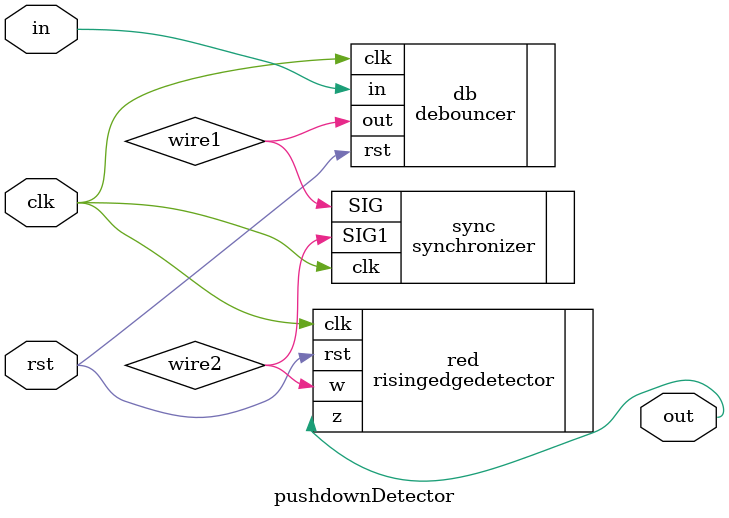
<source format=v>
`timescale 1ns / 1ps


module pushdownDetector(input clk, rst, in, output out );

wire wire1, wire2;
debouncer db(.clk(clk), .rst(rst), .in(in), .out(wire1));
synchronizer sync(.clk(clk), .SIG(wire1), .SIG1(wire2));
risingedgedetector red(.clk(clk), .rst(rst), .w(wire2), .z(out));
endmodule

</source>
